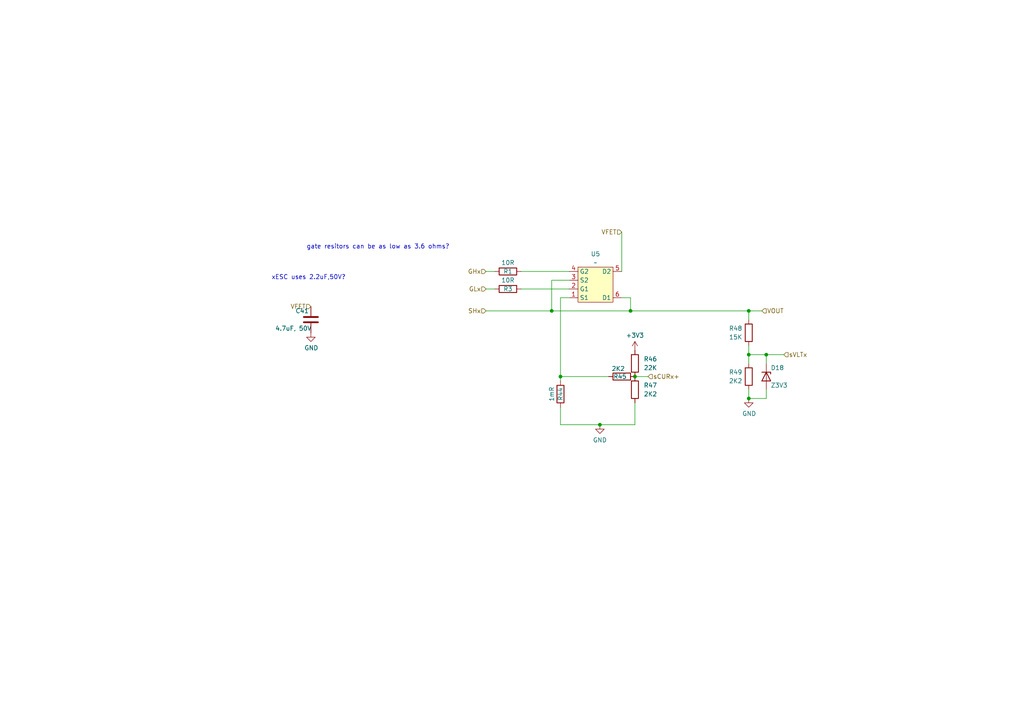
<source format=kicad_sch>
(kicad_sch (version 20231120) (generator "eeschema") (generator_version "8.0")
  (paper "A4")
  (lib_symbols
    (symbol "AlfredoSymbols:HYG090ND06LS1C2"
      (property "Reference" "Q" (at -0.762 7.874 0))
      (symbol "HYG090ND06LS1C2_1_1"
        (rectangle (start -5.08 6.35) (end 5.08 -3.81) (fill (type background)))
        (pin input line (at -7.62 5.08 0) (length 2.54) (name "S1") (number "1"))
        (pin input line (at -7.62 2.54 0) (length 2.54) (name "G1") (number "2"))
        (pin input line (at -7.62 0 0) (length 2.54) (name "S2") (number "3"))
        (pin input line (at -7.62 -2.54 0) (length 2.54) (name "G2") (number "4"))
        (pin input line (at 7.62 -2.54 180) (length 2.54) (name "D2") (number "5"))
        (pin input line (at 7.62 5.08 180) (length 2.54) (name "D1") (number "6"))
      )
    )
    (symbol "Device:C" (pin_numbers hide) (pin_names (offset 0.254))
      (property "Reference" "C" (at 0.635 2.54 0))
      (property "Value" "C" (at 0.635 -2.54 0))
      (symbol "C_0_1"
        (polyline (pts (xy -2.032 -0.762) (xy 2.032 -0.762)) (stroke (width 0.508)))
        (polyline (pts (xy -2.032 0.762) (xy 2.032 0.762)) (stroke (width 0.508)))
      )
      (symbol "C_1_1"
        (pin passive line (at 0 3.81 270) (length 2.794) (name "~") (number "1"))
        (pin passive line (at 0 -3.81 90) (length 2.794) (name "~") (number "2"))
      )
    )
    (symbol "Device:D_Zener" (pin_numbers hide) (pin_names (offset 1.016) hide)
      (property "Reference" "D" (at 0 2.54 0))
      (property "Value" "D_Zener" (at 0 -2.54 0))
      (symbol "D_Zener_0_1"
        (polyline (pts (xy 1.27 0) (xy -1.27 0)))
        (polyline (pts (xy -1.27 -1.27) (xy -1.27 1.27) (xy -0.762 1.27)) (stroke (width 0.254)))
        (polyline (pts (xy 1.27 -1.27) (xy 1.27 1.27) (xy -1.27 0) (xy 1.27 -1.27)) (stroke (width 0.254)))
      )
      (symbol "D_Zener_1_1"
        (pin passive line (at -3.81 0 0) (length 2.54) (name "K") (number "1"))
        (pin passive line (at 3.81 0 180) (length 2.54) (name "A") (number "2"))
      )
    )
    (symbol "Device:R" (pin_numbers hide) (pin_names (offset 0))
      (property "Reference" "R" (at 2.032 0 90))
      (property "Value" "R" (at 0 0 90))
      (symbol "R_0_1"
        (rectangle (start -1.016 -2.54) (end 1.016 2.54) (stroke (width 0.254)))
      )
      (symbol "R_1_1"
        (pin passive line (at 0 3.81 270) (length 1.27) (name "~") (number "1"))
        (pin passive line (at 0 -3.81 90) (length 1.27) (name "~") (number "2"))
      )
    )
    (symbol "power:+3V3" (power) (pin_names (offset 0))
      (property "Value" "+3V3" (at 0 3.556 0))
      (symbol "+3V3_0_1"
        (polyline (pts (xy -0.762 1.27) (xy 0 2.54)))
        (polyline (pts (xy 0 0) (xy 0 2.54)))
        (polyline (pts (xy 0 2.54) (xy 0.762 1.27)))
      )
      (symbol "+3V3_1_1"
        (pin power_in line (at 0 0 90) (length 0) hide (name "+3V3") (number "1"))
      )
    )
    (symbol "power:GND" (power) (pin_names (offset 0))
      (property "Value" "GND" (at 0 -3.81 0))
      (symbol "GND_0_1"
        (polyline (pts (xy 0 0) (xy 0 -1.27) (xy 1.27 -1.27) (xy 0 -2.54) (xy -1.27 -1.27) (xy 0 -1.27)))
      )
      (symbol "GND_1_1"
        (pin power_in line (at 0 0 270) (length 0) hide (name "GND") (number "1"))
      )
    )
  )
  (junction (at 182.88 90.17))
  (junction (at 217.17 115.57))
  (junction (at 162.56 109.22))
  (junction (at 222.25 102.87))
  (junction (at 217.17 102.87))
  (junction (at 160.02 90.17))
  (junction (at 217.17 90.17))
  (junction (at 184.15 109.22))
  (junction (at 173.99 123.19))
  (wire (pts (xy 140.97 83.82) (xy 143.51 83.82)))
  (wire (pts (xy 140.97 78.74) (xy 143.51 78.74)))
  (wire (pts (xy 162.56 118.11) (xy 162.56 123.19)))
  (wire (pts (xy 182.88 90.17) (xy 217.17 90.17)))
  (wire (pts (xy 140.97 90.17) (xy 160.02 90.17)))
  (wire (pts (xy 227.33 102.87) (xy 222.25 102.87)))
  (wire (pts (xy 184.15 123.19) (xy 173.99 123.19)))
  (wire (pts (xy 162.56 86.36) (xy 162.56 109.22)))
  (wire (pts (xy 217.17 102.87) (xy 217.17 105.41)))
  (wire (pts (xy 173.99 123.19) (xy 162.56 123.19)))
  (wire (pts (xy 160.02 81.28) (xy 160.02 90.17)))
  (wire (pts (xy 160.02 90.17) (xy 182.88 90.17)))
  (wire (pts (xy 217.17 90.17) (xy 220.98 90.17)))
  (wire (pts (xy 222.25 105.41) (xy 222.25 102.87)))
  (wire (pts (xy 162.56 109.22) (xy 176.53 109.22)))
  (wire (pts (xy 160.02 81.28) (xy 165.1 81.28)))
  (wire (pts (xy 151.13 83.82) (xy 165.1 83.82)))
  (wire (pts (xy 151.13 78.74) (xy 165.1 78.74)))
  (wire (pts (xy 222.25 115.57) (xy 217.17 115.57)))
  (wire (pts (xy 180.34 86.36) (xy 182.88 86.36)))
  (wire (pts (xy 217.17 92.71) (xy 217.17 90.17)))
  (wire (pts (xy 217.17 113.03) (xy 217.17 115.57)))
  (wire (pts (xy 184.15 116.84) (xy 184.15 123.19)))
  (wire (pts (xy 182.88 86.36) (xy 182.88 90.17)))
  (wire (pts (xy 187.96 109.22) (xy 184.15 109.22)))
  (wire (pts (xy 217.17 100.33) (xy 217.17 102.87)))
  (wire (pts (xy 222.25 113.03) (xy 222.25 115.57)))
  (wire (pts (xy 162.56 86.36) (xy 165.1 86.36)))
  (wire (pts (xy 162.56 110.49) (xy 162.56 109.22)))
  (wire (pts (xy 180.34 67.31) (xy 180.34 78.74)))
  (wire (pts (xy 222.25 102.87) (xy 217.17 102.87)))
  (text "xESC uses 2.2uF,50V?" (at 78.74 81.28 0) (effects (font (size 1.27 1.27)) (justify left bottom)))
  (text "gate resitors can be as low as 3.6 ohms?" (at 88.9 72.39 0) (effects (font (size 1.27 1.27)) (justify left bottom)))
  (hierarchical_label "GLx" (shape input) (at 140.97 83.82 180))
  (hierarchical_label "sCURx+" (shape input) (at 187.96 109.22 0))
  (hierarchical_label "SHx" (shape input) (at 140.97 90.17 180))
  (hierarchical_label "sVLTx" (shape input) (at 227.33 102.87 0))
  (hierarchical_label "VOUT" (shape input) (at 220.98 90.17 0))
  (hierarchical_label "VFET" (shape input) (at 90.17 88.9 180))
  (hierarchical_label "GHx" (shape input) (at 140.97 78.74 180))
  (hierarchical_label "VFET" (shape input) (at 180.34 67.31 180))
  (symbol (lib_id "power:GND") (at 217.17 115.57 0) (unit 1)
    (property "Reference" "#PWR055" (effects (hide yes)))
    (property "Value" "GND" (at 217.297 119.9642 0))
    (instances (project "I3ESC" (path "" (reference "#PWR055") (unit 1)) (path "" (reference "#PWR060") (unit 1)) (path "" (reference "#PWR065") (unit 1))))
  )
  (symbol (lib_id "Device:R") (at 147.32 78.74 270) (unit 1)
    (property "Reference" "R1" (at 147.32 78.74 90))
    (property "Value" "10R" (at 147.32 76.2 90))
    (property "Footprint" "Resistor_SMD:R_0402_1005Metric" (effects (hide yes)))
    (property "Datasheet" "https://lcsc.com/product-detail/Chip-Resistor-Surface-Mount_UNI-ROYAL-Uniroyal-Elec-0402WGF100JTCE_C25077.html" (effects (hide yes)))
    (property "LCSC" "C25077" (effects (hide yes)))
    (instances (project "I3ESC" (path "" (reference "R1") (unit 1)) (path "" (reference "R4") (unit 1)) (path "" (reference "R7") (unit 1))))
  )
  (symbol (lib_id "Device:D_Zener") (at 222.25 109.22 270) (unit 1)
    (property "Reference" "D18" (at 223.52 106.68 90) (effects (justify left)))
    (property "Value" "Z3V3" (at 223.52 111.76 90) (effects (justify left)))
    (property "Footprint" "Diode_SMD:D_SOD-323_HandSoldering" (effects (hide yes)))
    (property "Datasheet" "https://lcsc.com/product-detail/Zener-Diodes_onsemi-onsemi-MM3Z3V3T1G_C75073.html" (effects (hide yes)))
    (property "LCSC" "C75073" (effects (hide yes)))
    (instances (project "I3ESC" (path "" (reference "D18") (unit 1)) (path "" (reference "D19") (unit 1)) (path "" (reference "D20") (unit 1))))
  )
  (symbol (lib_id "power:GND") (at 90.17 96.52 0) (unit 1)
    (property "Reference" "#PWR052" (effects (hide yes)))
    (property "Value" "GND" (at 90.297 100.9142 0))
    (instances (project "I3ESC" (path "" (reference "#PWR052") (unit 1)) (path "" (reference "#PWR057") (unit 1)) (path "" (reference "#PWR062") (unit 1))))
  )
  (symbol (lib_id "Device:R") (at 184.15 113.03 0) (unit 1)
    (property "Reference" "R47" (at 186.69 111.7599 0) (effects (justify left)))
    (property "Value" "2K2" (at 186.69 114.2999 0) (effects (justify left)))
    (property "Footprint" "Resistor_SMD:R_0402_1005Metric" (effects (hide yes)))
    (property "Datasheet" "https://jlcpcb.com/partdetail/26622-0402WGF2201TCE/C25879" (effects (hide yes)))
    (property "Description" "Resistor" (effects (hide yes)))
    (property "LCSC" "C25879" (effects (hide yes)))
    (instances (project "I3ESC" (path "" (reference "R47") (unit 1)) (path "" (reference "R55") (unit 1)) (path "" (reference "R63") (unit 1))))
  )
  (symbol (lib_id "Device:R") (at 184.15 105.41 0) (unit 1)
    (property "Reference" "R46" (at 186.69 104.1399 0) (effects (justify left)))
    (property "Value" "22K" (at 186.69 106.6799 0) (effects (justify left)))
    (property "Footprint" "Resistor_SMD:R_0402_1005Metric" (effects (hide yes)))
    (property "Datasheet" "https://jlcpcb.com/partdetail/26511-0402WGF2202TCE/C25768" (effects (hide yes)))
    (property "Description" "Resistor" (effects (hide yes)))
    (property "LCSC" "C25768" (effects (hide yes)))
    (instances (project "I3ESC" (path "" (reference "R46") (unit 1)) (path "" (reference "R54") (unit 1)) (path "" (reference "R62") (unit 1))))
  )
  (symbol (lib_id "Device:R") (at 217.17 109.22 0) (mirror x) (unit 1)
    (property "Reference" "R49" (at 213.36 107.95 0))
    (property "Value" "2K2" (at 213.36 110.49 0))
    (property "Footprint" "Resistor_SMD:R_0402_1005Metric" (effects (hide yes)))
    (property "Datasheet" "https://jlcpcb.com/partdetail/26622-0402WGF2201TCE/C25879" (effects (hide yes)))
    (property "LCSC" "C25879" (effects (hide yes)))
    (instances (project "I3ESC" (path "" (reference "R49") (unit 1)) (path "" (reference "R57") (unit 1)) (path "" (reference "R65") (unit 1))))
  )
  (symbol (lib_id "Device:R") (at 180.34 109.22 90) (unit 1)
    (property "Reference" "R45" (at 179.832 109.22 90))
    (property "Value" "2K2" (at 179.324 106.934 90))
    (property "Footprint" "Resistor_SMD:R_0402_1005Metric" (effects (hide yes)))
    (property "Datasheet" "https://jlcpcb.com/partdetail/26622-0402WGF2201TCE/C25879" (effects (hide yes)))
    (property "Description" "Resistor" (effects (hide yes)))
    (property "LCSC" "C25879" (effects (hide yes)))
    (instances (project "I3ESC" (path "" (reference "R45") (unit 1)) (path "" (reference "R53") (unit 1)) (path "" (reference "R61") (unit 1))))
  )
  (symbol (lib_id "Device:R") (at 217.17 96.52 0) (mirror x) (unit 1)
    (property "Reference" "R48" (at 213.36 95.25 0))
    (property "Value" "15K" (at 213.36 97.79 0))
    (property "Footprint" "Resistor_SMD:R_0402_1005Metric" (effects (hide yes)))
    (property "Datasheet" "https://lcsc.com/product-detail/Chip-Resistor-Surface-Mount_UNI-ROYAL-Uniroyal-Elec-0402WGF1502TCE_C25756.html" (effects (hide yes)))
    (property "LCSC" "C25756" (effects (hide yes)))
    (instances (project "I3ESC" (path "" (reference "R48") (unit 1)) (path "" (reference "R56") (unit 1)) (path "" (reference "R64") (unit 1))))
  )
  (symbol (lib_id "Device:C") (at 90.17 92.71 0) (unit 1)
    (property "Reference" "C41" (at 87.63 90.17 0))
    (property "Value" "4.7uF, 50V" (at 85.09 95.25 0))
    (property "Footprint" "Capacitor_SMD:C_1206_3216Metric" (effects (hide yes)))
    (property "Datasheet" "https://lcsc.com/product-detail/Multilayer-Ceramic-Capacitors-MLCC---SMD-SMT_FHGuangdong-Fenghua-Advanced-Tech-FHGuangdong-Fenghua-Advanced-Tech-1206B475K500NT_C29823.html" (effects (hide yes)))
    (property "LCSC" "C29823" (effects (hide yes)))
    (instances (project "I3ESC" (path "" (reference "C41") (unit 1)) (path "" (reference "C43") (unit 1)) (path "" (reference "C44") (unit 1))))
  )
  (symbol (lib_id "AlfredoSymbols:HYG090ND06LS1C2") (at 172.72 81.28 0) (mirror x) (unit 1)
    (property "Reference" "U5" (at 172.72 73.66 0))
    (property "Value" "~" (at 172.72 76.2 0))
    (property "Footprint" "AlfredoFootprints:PQFN8L" (effects (hide yes)))
    (property "Datasheet" "https://www.lcsc.com/product-detail/MOSFETs_HUAYI-HYG050N08NS1C2_C3040445.html" (effects (hide yes)))
    (property "LCSC" "C3040445" (effects (hide yes)))
    (instances (project "I3ESC" (path "" (reference "U5") (unit 1)) (path "" (reference "U15") (unit 1)) (path "" (reference "U16") (unit 1))))
  )
  (symbol (lib_id "Device:R") (at 162.56 114.3 0) (unit 1)
    (property "Reference" "R44" (at 162.56 114.3 90))
    (property "Value" "1mR" (at 160.02 114.3 90))
    (property "Footprint" "Resistor_SMD:R_1206_3216Metric" (effects (hide yes)))
    (property "Datasheet" "https://www.lcsc.com/product-detail/Current-Sense-Resistors-Shunt-Resistors_FOJAN-FOJAN-FRM121WFR001TM_C7467246.html" (effects (hide yes)))
    (property "Description" "https://www.lcsc.com/product-detail/Current-Sense-Resistors-Shunt-Resistors_TA-I-Tech-RLM25FEEMR001_C912964.html" (effects (hide yes)))
    (property "LCSC" "C7467246" (effects (hide yes)))
    (instances (project "I3ESC" (path "" (reference "R44") (unit 1)) (path "" (reference "R52") (unit 1)) (path "" (reference "R60") (unit 1))))
  )
  (symbol (lib_id "power:GND") (at 173.99 123.19 0) (unit 1)
    (property "Reference" "#PWR053" (effects (hide yes)))
    (property "Value" "GND" (at 173.99 127.635 0))
    (instances (project "I3ESC" (path "" (reference "#PWR053") (unit 1)) (path "" (reference "#PWR058") (unit 1)) (path "" (reference "#PWR063") (unit 1))))
  )
  (symbol (lib_id "Device:R") (at 147.32 83.82 270) (unit 1)
    (property "Reference" "R3" (at 147.32 83.82 90))
    (property "Value" "10R" (at 147.32 81.28 90))
    (property "Footprint" "Resistor_SMD:R_0402_1005Metric" (effects (hide yes)))
    (property "Datasheet" "https://lcsc.com/product-detail/Chip-Resistor-Surface-Mount_UNI-ROYAL-Uniroyal-Elec-0402WGF100JTCE_C25077.html" (effects (hide yes)))
    (property "LCSC" "C25077" (effects (hide yes)))
    (instances (project "I3ESC" (path "" (reference "R3") (unit 1)) (path "" (reference "R6") (unit 1)) (path "" (reference "R10") (unit 1))))
  )
  (symbol (lib_id "power:+3V3") (at 184.15 101.6 0) (unit 1)
    (property "Reference" "#PWR054" (effects (hide yes)))
    (property "Value" "+3V3" (at 184.15 97.282 0))
    (instances (project "I3ESC" (path "" (reference "#PWR054") (unit 1)) (path "" (reference "#PWR059") (unit 1)) (path "" (reference "#PWR064") (unit 1))))
  )
)
</source>
